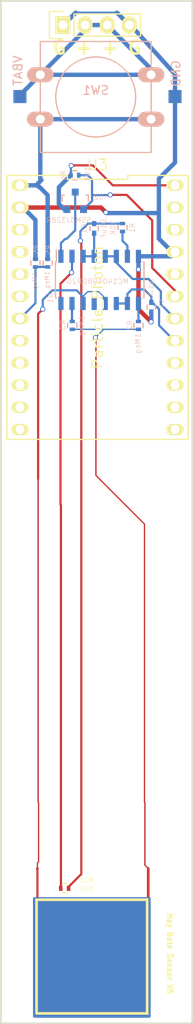
<source format=kicad_pcb>
(kicad_pcb (version 4) (host pcbnew 4.0.1-stable)

  (general
    (links 36)
    (no_connects 0)
    (area 151.880899 25.274599 174.026501 142.467001)
    (thickness 1.6)
    (drawings 25)
    (tracks 200)
    (zones 0)
    (modules 16)
    (nets 36)
  )

  (page A4)
  (layers
    (0 F.Cu signal)
    (31 B.Cu signal)
    (32 B.Adhes user)
    (33 F.Adhes user)
    (34 B.Paste user)
    (35 F.Paste user)
    (36 B.SilkS user)
    (37 F.SilkS user)
    (38 B.Mask user)
    (39 F.Mask user)
    (40 Dwgs.User user)
    (41 Cmts.User user)
    (42 Eco1.User user)
    (43 Eco2.User user)
    (44 Edge.Cuts user)
    (45 Margin user)
    (46 B.CrtYd user)
    (47 F.CrtYd user)
    (48 B.Fab user)
    (49 F.Fab user)
  )

  (setup
    (last_trace_width 0.25)
    (trace_clearance 0.2)
    (zone_clearance 0.508)
    (zone_45_only yes)
    (trace_min 0.1524)
    (segment_width 0.2)
    (edge_width 0.15)
    (via_size 0.6)
    (via_drill 0.4)
    (via_min_size 0.4)
    (via_min_drill 0.3)
    (uvia_size 0.3)
    (uvia_drill 0.1)
    (uvias_allowed no)
    (uvia_min_size 0.2)
    (uvia_min_drill 0.1)
    (pcb_text_width 0.3)
    (pcb_text_size 1.5 1.5)
    (mod_edge_width 0.15)
    (mod_text_size 0.254 0.254)
    (mod_text_width 0.05)
    (pad_size 1.524 1.524)
    (pad_drill 0.762)
    (pad_to_mask_clearance 0.2)
    (aux_axis_origin 0 0)
    (visible_elements 7FFFFFFF)
    (pcbplotparams
      (layerselection 0x010f0_80000001)
      (usegerberextensions true)
      (excludeedgelayer true)
      (linewidth 0.100000)
      (plotframeref false)
      (viasonmask false)
      (mode 1)
      (useauxorigin false)
      (hpglpennumber 1)
      (hpglpenspeed 20)
      (hpglpendiameter 15)
      (hpglpenoverlay 2)
      (psnegative false)
      (psa4output false)
      (plotreference true)
      (plotvalue true)
      (plotinvisibletext false)
      (padsonsilk false)
      (subtractmaskfromsilk false)
      (outputformat 1)
      (mirror false)
      (drillshape 0)
      (scaleselection 1)
      (outputdirectory C:/Users/rch0012/Dropbox/haybale/haybale_v3/v3_gerbers/))
  )

  (net 0 "")
  (net 1 "Net-(C1-Pad1)")
  (net 2 "Net-(C1-Pad2)")
  (net 3 VDD)
  (net 4 GND)
  (net 5 "Net-(R1-Pad1)")
  (net 6 "Net-(TH1-Pad1)")
  (net 7 "Net-(U1-Pad13)")
  (net 8 "Net-(U1-Pad16)")
  (net 9 "Net-(R2-Pad1)")
  (net 10 "Net-(R3-Pad1)")
  (net 11 /Cap2)
  (net 12 /Cap1)
  (net 13 "Net-(U1-Pad1)")
  (net 14 "Net-(P2-Pad1)")
  (net 15 "Net-(U3-Pad23)")
  (net 16 "Net-(U3-Pad22)")
  (net 17 "Net-(U3-Pad3)")
  (net 18 "Net-(U3-Pad4)")
  (net 19 "Net-(U3-Pad20)")
  (net 20 "Net-(U3-Pad5)")
  (net 21 "Net-(U3-Pad6)")
  (net 22 "Net-(U3-Pad8)")
  (net 23 "Net-(U3-Pad16)")
  (net 24 "Net-(U3-Pad9)")
  (net 25 "Net-(U3-Pad10)")
  (net 26 "Net-(U3-Pad11)")
  (net 27 "Net-(U3-Pad12)")
  (net 28 "Net-(R4-Pad1)")
  (net 29 "Net-(U1-Pad5)")
  (net 30 "Net-(U3-Pad15)")
  (net 31 "Net-(U3-Pad14)")
  (net 32 "Net-(U3-Pad13)")
  (net 33 "Net-(C2-Pad2)")
  (net 34 "Net-(R5-Pad1)")
  (net 35 +3V3)

  (net_class Default "This is the default net class."
    (clearance 0.2)
    (trace_width 0.25)
    (via_dia 0.6)
    (via_drill 0.4)
    (uvia_dia 0.3)
    (uvia_drill 0.1)
    (add_net +3V3)
    (add_net "Net-(C1-Pad1)")
    (add_net "Net-(C1-Pad2)")
    (add_net "Net-(C2-Pad2)")
    (add_net "Net-(R1-Pad1)")
    (add_net "Net-(R2-Pad1)")
    (add_net "Net-(R3-Pad1)")
    (add_net "Net-(R4-Pad1)")
    (add_net "Net-(R5-Pad1)")
    (add_net "Net-(TH1-Pad1)")
    (add_net "Net-(U1-Pad1)")
    (add_net "Net-(U1-Pad13)")
    (add_net "Net-(U1-Pad16)")
    (add_net "Net-(U1-Pad5)")
    (add_net "Net-(U3-Pad10)")
    (add_net "Net-(U3-Pad11)")
    (add_net "Net-(U3-Pad12)")
    (add_net "Net-(U3-Pad13)")
    (add_net "Net-(U3-Pad14)")
    (add_net "Net-(U3-Pad15)")
    (add_net "Net-(U3-Pad16)")
    (add_net "Net-(U3-Pad20)")
    (add_net "Net-(U3-Pad22)")
    (add_net "Net-(U3-Pad23)")
    (add_net "Net-(U3-Pad3)")
    (add_net "Net-(U3-Pad4)")
    (add_net "Net-(U3-Pad5)")
    (add_net "Net-(U3-Pad6)")
    (add_net "Net-(U3-Pad8)")
    (add_net "Net-(U3-Pad9)")
  )

  (net_class cap ""
    (clearance 0.2)
    (trace_width 0.1524)
    (via_dia 0.6)
    (via_drill 0.4)
    (uvia_dia 0.3)
    (uvia_drill 0.1)
    (add_net /Cap1)
    (add_net /Cap2)
  )

  (net_class power ""
    (clearance 0.2)
    (trace_width 0.5)
    (via_dia 0.6)
    (via_drill 0.4)
    (uvia_dia 0.3)
    (uvia_drill 0.1)
    (add_net GND)
    (add_net "Net-(P2-Pad1)")
    (add_net VDD)
  )

  (module Buttons_Switches_ThroughHole:SW_PUSH-12mm (layer B.Cu) (tedit 57F2B175) (tstamp 57E19D5E)
    (at 162.8521 36.3728 180)
    (path /57E1BF97)
    (fp_text reference SW1 (at 0 0.762 180) (layer B.SilkS)
      (effects (font (size 1 1) (thickness 0.15)) (justify mirror))
    )
    (fp_text value SPST (at 0 -1.016 180) (layer B.Fab)
      (effects (font (size 1 1) (thickness 0.15)) (justify mirror))
    )
    (fp_circle (center 0 0) (end 3.81 -2.54) (layer B.SilkS) (width 0.15))
    (fp_line (start -6.35 6.35) (end 6.35 6.35) (layer B.SilkS) (width 0.15))
    (fp_line (start 6.35 6.35) (end 6.35 -6.35) (layer B.SilkS) (width 0.15))
    (fp_line (start 6.35 -6.35) (end -6.35 -6.35) (layer B.SilkS) (width 0.15))
    (fp_line (start -6.35 -6.35) (end -6.35 6.35) (layer B.SilkS) (width 0.15))
    (pad 1 thru_hole oval (at 6.35 2.54 180) (size 3.048 1.7272) (drill 1.016) (layers *.Cu *.Mask B.SilkS)
      (net 14 "Net-(P2-Pad1)"))
    (pad 2 thru_hole oval (at 6.35 -2.54 180) (size 3.048 1.7272) (drill 1.016) (layers *.Cu *.Mask B.SilkS)
      (net 3 VDD))
    (pad 1 thru_hole oval (at -6.35 2.54 180) (size 3.048 1.7272) (drill 1.016) (layers *.Cu *.Mask B.SilkS)
      (net 14 "Net-(P2-Pad1)"))
    (pad 2 thru_hole oval (at -6.35 -2.54 180) (size 3.048 1.7272) (drill 1.016) (layers *.Cu *.Mask B.SilkS)
      (net 3 VDD))
    (model Buttons_Switches_ThroughHole.3dshapes/SW_PUSH-12mm.wrl
      (at (xyz 0 0 0))
      (scale (xyz 4 4 4))
      (rotate (xyz 0 0 0))
    )
  )

  (module Capacitors_SMD:C_0402 (layer B.Cu) (tedit 579104C2) (tstamp 578FC9FB)
    (at 162.6743 51.4096 90)
    (descr "Capacitor SMD 0402, reflow soldering, AVX (see smccp.pdf)")
    (tags "capacitor 0402")
    (path /57680C98)
    (attr smd)
    (fp_text reference C1 (at -0.02594 -1.13248 90) (layer B.SilkS)
      (effects (font (size 0.6 0.6) (thickness 0.05)) (justify mirror))
    )
    (fp_text value .01uF (at 0.10106 1.08494 90) (layer B.SilkS)
      (effects (font (size 0.6 0.6) (thickness 0.05)) (justify mirror))
    )
    (fp_line (start -1.15 0.6) (end 1.15 0.6) (layer B.CrtYd) (width 0.05))
    (fp_line (start -1.15 -0.6) (end 1.15 -0.6) (layer B.CrtYd) (width 0.05))
    (fp_line (start -1.15 0.6) (end -1.15 -0.6) (layer B.CrtYd) (width 0.05))
    (fp_line (start 1.15 0.6) (end 1.15 -0.6) (layer B.CrtYd) (width 0.05))
    (fp_line (start 0.25 0.475) (end -0.25 0.475) (layer B.SilkS) (width 0.15))
    (fp_line (start -0.25 -0.475) (end 0.25 -0.475) (layer B.SilkS) (width 0.15))
    (pad 1 smd rect (at -0.55 0 90) (size 0.6 0.5) (layers B.Cu B.Paste B.Mask)
      (net 1 "Net-(C1-Pad1)"))
    (pad 2 smd rect (at 0.55 0 90) (size 0.6 0.5) (layers B.Cu B.Paste B.Mask)
      (net 2 "Net-(C1-Pad2)"))
    (model Capacitors_SMD.3dshapes/C_0402.wrl
      (at (xyz 0 0 0))
      (scale (xyz 1 1 1))
      (rotate (xyz 0 0 0))
    )
  )

  (module Resistors_SMD:R_0402 (layer B.Cu) (tedit 579104C8) (tstamp 578FCA2E)
    (at 165.9255 51.308 90)
    (descr "Resistor SMD 0402, reflow soldering, Vishay (see dcrcw.pdf)")
    (tags "resistor 0402")
    (path /57680AF4)
    (attr smd)
    (fp_text reference R1 (at -0.06022 1.1097 90) (layer B.SilkS)
      (effects (font (size 0.6 0.6) (thickness 0.05)) (justify mirror))
    )
    (fp_text value 10K (at -0.03736 -1.09502 90) (layer B.SilkS)
      (effects (font (size 0.6 0.6) (thickness 0.05)) (justify mirror))
    )
    (fp_line (start -0.95 0.65) (end 0.95 0.65) (layer B.CrtYd) (width 0.05))
    (fp_line (start -0.95 -0.65) (end 0.95 -0.65) (layer B.CrtYd) (width 0.05))
    (fp_line (start -0.95 0.65) (end -0.95 -0.65) (layer B.CrtYd) (width 0.05))
    (fp_line (start 0.95 0.65) (end 0.95 -0.65) (layer B.CrtYd) (width 0.05))
    (fp_line (start 0.25 0.525) (end -0.25 0.525) (layer B.SilkS) (width 0.15))
    (fp_line (start -0.25 -0.525) (end 0.25 -0.525) (layer B.SilkS) (width 0.15))
    (pad 1 smd rect (at -0.45 0 90) (size 0.4 0.6) (layers B.Cu B.Paste B.Mask)
      (net 5 "Net-(R1-Pad1)"))
    (pad 2 smd rect (at 0.45 0 90) (size 0.4 0.6) (layers B.Cu B.Paste B.Mask)
      (net 2 "Net-(C1-Pad2)"))
    (model Resistors_SMD.3dshapes/R_0402.wrl
      (at (xyz 0 0 0))
      (scale (xyz 1 1 1))
      (rotate (xyz 0 0 0))
    )
  )

  (module Resistors_SMD:R_0402 (layer F.Cu) (tedit 57E1A1E4) (tstamp 578FCA3A)
    (at 159.2961 126.9238)
    (descr "Resistor SMD 0402, reflow soldering, Vishay (see dcrcw.pdf)")
    (tags "resistor 0402")
    (path /57680BD3)
    (attr smd)
    (fp_text reference TH1 (at 2.58 0.09) (layer F.SilkS)
      (effects (font (size 0.6 0.6) (thickness 0.05)))
    )
    (fp_text value 10K (at 2.5654 -0.9398) (layer F.SilkS)
      (effects (font (size 0.6 0.6) (thickness 0.05)))
    )
    (fp_line (start -0.95 -0.65) (end 0.95 -0.65) (layer F.CrtYd) (width 0.05))
    (fp_line (start -0.95 0.65) (end 0.95 0.65) (layer F.CrtYd) (width 0.05))
    (fp_line (start -0.95 -0.65) (end -0.95 0.65) (layer F.CrtYd) (width 0.05))
    (fp_line (start 0.95 -0.65) (end 0.95 0.65) (layer F.CrtYd) (width 0.05))
    (fp_line (start 0.25 -0.525) (end -0.25 -0.525) (layer F.SilkS) (width 0.15))
    (fp_line (start -0.25 0.525) (end 0.25 0.525) (layer F.SilkS) (width 0.15))
    (pad 1 smd rect (at -0.45 0) (size 0.4 0.6) (layers F.Cu F.Paste F.Mask)
      (net 6 "Net-(TH1-Pad1)"))
    (pad 2 smd rect (at 0.45 0) (size 0.4 0.6) (layers F.Cu F.Paste F.Mask)
      (net 2 "Net-(C1-Pad2)"))
    (model Resistors_SMD.3dshapes/R_0402.wrl
      (at (xyz 0 0 0))
      (scale (xyz 1 1 1))
      (rotate (xyz 0 0 0))
    )
  )

  (module Housings_SOIC:SOIC-16_3.9x9.9mm_Pitch1.27mm (layer B.Cu) (tedit 5792410E) (tstamp 578FCA59)
    (at 163.3093 57.3024 270)
    (descr "16-Lead Plastic Small Outline (SL) - Narrow, 3.90 mm Body [SOIC] (see Microchip Packaging Specification 00000049BS.pdf)")
    (tags "SOIC 1.27")
    (path /576815FB)
    (attr smd)
    (fp_text reference U1 (at 2.0778 5.659 270) (layer B.SilkS)
      (effects (font (size 0.6 0.6) (thickness 0.05)) (justify mirror))
    )
    (fp_text value MC14049BDR2G (at 0.17 0.22 360) (layer B.SilkS)
      (effects (font (size 0.6 0.6) (thickness 0.05)) (justify mirror))
    )
    (fp_line (start -3.7 5.25) (end -3.7 -5.25) (layer B.CrtYd) (width 0.05))
    (fp_line (start 3.7 5.25) (end 3.7 -5.25) (layer B.CrtYd) (width 0.05))
    (fp_line (start -3.7 5.25) (end 3.7 5.25) (layer B.CrtYd) (width 0.05))
    (fp_line (start -3.7 -5.25) (end 3.7 -5.25) (layer B.CrtYd) (width 0.05))
    (fp_line (start -2.075 5.075) (end -2.075 4.97) (layer B.SilkS) (width 0.15))
    (fp_line (start 2.075 5.075) (end 2.075 4.97) (layer B.SilkS) (width 0.15))
    (fp_line (start 2.075 -5.075) (end 2.075 -4.97) (layer B.SilkS) (width 0.15))
    (fp_line (start -2.075 -5.075) (end -2.075 -4.97) (layer B.SilkS) (width 0.15))
    (fp_line (start -2.075 5.075) (end 2.075 5.075) (layer B.SilkS) (width 0.15))
    (fp_line (start -2.075 -5.075) (end 2.075 -5.075) (layer B.SilkS) (width 0.15))
    (fp_line (start -2.075 4.97) (end -3.45 4.97) (layer B.SilkS) (width 0.15))
    (pad 1 smd rect (at -2.7 4.445 270) (size 1.5 0.6) (layers B.Cu B.Paste B.Mask)
      (net 13 "Net-(U1-Pad1)"))
    (pad 2 smd rect (at -2.7 3.175 270) (size 1.5 0.6) (layers B.Cu B.Paste B.Mask)
      (net 6 "Net-(TH1-Pad1)"))
    (pad 3 smd rect (at -2.7 1.905 270) (size 1.5 0.6) (layers B.Cu B.Paste B.Mask)
      (net 1 "Net-(C1-Pad1)"))
    (pad 4 smd rect (at -2.7 0.635 270) (size 1.5 0.6) (layers B.Cu B.Paste B.Mask)
      (net 1 "Net-(C1-Pad1)"))
    (pad 5 smd rect (at -2.7 -0.635 270) (size 1.5 0.6) (layers B.Cu B.Paste B.Mask)
      (net 29 "Net-(U1-Pad5)"))
    (pad 6 smd rect (at -2.7 -1.905 270) (size 1.5 0.6) (layers B.Cu B.Paste B.Mask)
      (net 29 "Net-(U1-Pad5)"))
    (pad 7 smd rect (at -2.7 -3.175 270) (size 1.5 0.6) (layers B.Cu B.Paste B.Mask)
      (net 5 "Net-(R1-Pad1)"))
    (pad 8 smd rect (at -2.7 -4.445 270) (size 1.5 0.6) (layers B.Cu B.Paste B.Mask)
      (net 4 GND))
    (pad 9 smd rect (at 2.7 -4.445 270) (size 1.5 0.6) (layers B.Cu B.Paste B.Mask)
      (net 9 "Net-(R2-Pad1)"))
    (pad 10 smd rect (at 2.7 -3.175 270) (size 1.5 0.6) (layers B.Cu B.Paste B.Mask)
      (net 33 "Net-(C2-Pad2)"))
    (pad 11 smd rect (at 2.7 -1.905 270) (size 1.5 0.6) (layers B.Cu B.Paste B.Mask)
      (net 33 "Net-(C2-Pad2)"))
    (pad 12 smd rect (at 2.7 -0.635 270) (size 1.5 0.6) (layers B.Cu B.Paste B.Mask)
      (net 12 /Cap1))
    (pad 13 smd rect (at 2.7 0.635 270) (size 1.5 0.6) (layers B.Cu B.Paste B.Mask)
      (net 7 "Net-(U1-Pad13)"))
    (pad 14 smd rect (at 2.7 1.905 270) (size 1.5 0.6) (layers B.Cu B.Paste B.Mask)
      (net 12 /Cap1))
    (pad 15 smd rect (at 2.7 3.175 270) (size 1.5 0.6) (layers B.Cu B.Paste B.Mask)
      (net 10 "Net-(R3-Pad1)"))
    (pad 16 smd rect (at 2.7 4.445 270) (size 1.5 0.6) (layers B.Cu B.Paste B.Mask)
      (net 8 "Net-(U1-Pad16)"))
    (model Housings_SOIC.3dshapes/SOIC-16_3.9x9.9mm_Pitch1.27mm.wrl
      (at (xyz 0 0 0))
      (scale (xyz 1 1 1))
      (rotate (xyz 0 0 0))
    )
  )

  (module Resistors_SMD:R_0402 (layer B.Cu) (tedit 57F2AF4C) (tstamp 578FE397)
    (at 167.7543 62.5094 270)
    (descr "Resistor SMD 0402, reflow soldering, Vishay (see dcrcw.pdf)")
    (tags "resistor 0402")
    (path /578FDCAE)
    (attr smd)
    (fp_text reference R2 (at 0.01024 1.0077 270) (layer B.SilkS)
      (effects (font (size 0.6 0.6) (thickness 0.05)) (justify mirror))
    )
    (fp_text value 1Meg (at 2.0828 0.0762 270) (layer B.SilkS)
      (effects (font (size 0.6 0.6) (thickness 0.05)) (justify mirror))
    )
    (fp_line (start -0.95 0.65) (end 0.95 0.65) (layer B.CrtYd) (width 0.05))
    (fp_line (start -0.95 -0.65) (end 0.95 -0.65) (layer B.CrtYd) (width 0.05))
    (fp_line (start -0.95 0.65) (end -0.95 -0.65) (layer B.CrtYd) (width 0.05))
    (fp_line (start 0.95 0.65) (end 0.95 -0.65) (layer B.CrtYd) (width 0.05))
    (fp_line (start 0.25 0.525) (end -0.25 0.525) (layer B.SilkS) (width 0.15))
    (fp_line (start -0.25 -0.525) (end 0.25 -0.525) (layer B.SilkS) (width 0.15))
    (pad 1 smd rect (at -0.45 0 270) (size 0.4 0.6) (layers B.Cu B.Paste B.Mask)
      (net 9 "Net-(R2-Pad1)"))
    (pad 2 smd rect (at 0.45 0 270) (size 0.4 0.6) (layers B.Cu B.Paste B.Mask)
      (net 11 /Cap2))
    (model Resistors_SMD.3dshapes/R_0402.wrl
      (at (xyz 0 0 0))
      (scale (xyz 1 1 1))
      (rotate (xyz 0 0 0))
    )
  )

  (module Resistors_SMD:R_0402 (layer B.Cu) (tedit 579104DE) (tstamp 578FE3A3)
    (at 160.1597 62.5094 270)
    (descr "Resistor SMD 0402, reflow soldering, Vishay (see dcrcw.pdf)")
    (tags "resistor 0402")
    (path /578FDE91)
    (attr smd)
    (fp_text reference R3 (at -0.04564 1.08152 270) (layer B.SilkS)
      (effects (font (size 0.6 0.6) (thickness 0.05)) (justify mirror))
    )
    (fp_text value 1Meg (at 0.05596 -1.10034 270) (layer B.SilkS)
      (effects (font (size 0.6 0.6) (thickness 0.05)) (justify mirror))
    )
    (fp_line (start -0.95 0.65) (end 0.95 0.65) (layer B.CrtYd) (width 0.05))
    (fp_line (start -0.95 -0.65) (end 0.95 -0.65) (layer B.CrtYd) (width 0.05))
    (fp_line (start -0.95 0.65) (end -0.95 -0.65) (layer B.CrtYd) (width 0.05))
    (fp_line (start 0.95 0.65) (end 0.95 -0.65) (layer B.CrtYd) (width 0.05))
    (fp_line (start 0.25 0.525) (end -0.25 0.525) (layer B.SilkS) (width 0.15))
    (fp_line (start -0.25 -0.525) (end 0.25 -0.525) (layer B.SilkS) (width 0.15))
    (pad 1 smd rect (at -0.45 0 270) (size 0.4 0.6) (layers B.Cu B.Paste B.Mask)
      (net 10 "Net-(R3-Pad1)"))
    (pad 2 smd rect (at 0.45 0 270) (size 0.4 0.6) (layers B.Cu B.Paste B.Mask)
      (net 11 /Cap2))
    (model Resistors_SMD.3dshapes/R_0402.wrl
      (at (xyz 0 0 0))
      (scale (xyz 1 1 1))
      (rotate (xyz 0 0 0))
    )
  )

  (module Resistors_SMD:R_0402 (layer B.Cu) (tedit 579103E8) (tstamp 5791006C)
    (at 160.4518 45.3263 180)
    (descr "Resistor SMD 0402, reflow soldering, Vishay (see dcrcw.pdf)")
    (tags "resistor 0402")
    (path /579103C3)
    (attr smd)
    (fp_text reference R4 (at 1.30048 -0.02032 270) (layer B.SilkS)
      (effects (font (size 0.6 0.6) (thickness 0.05)) (justify mirror))
    )
    (fp_text value 10K (at -1.46304 0.1016 270) (layer B.SilkS)
      (effects (font (size 0.6 0.6) (thickness 0.05)) (justify mirror))
    )
    (fp_line (start -0.95 0.65) (end 0.95 0.65) (layer B.CrtYd) (width 0.05))
    (fp_line (start -0.95 -0.65) (end 0.95 -0.65) (layer B.CrtYd) (width 0.05))
    (fp_line (start -0.95 0.65) (end -0.95 -0.65) (layer B.CrtYd) (width 0.05))
    (fp_line (start 0.95 0.65) (end 0.95 -0.65) (layer B.CrtYd) (width 0.05))
    (fp_line (start 0.25 0.525) (end -0.25 0.525) (layer B.SilkS) (width 0.15))
    (fp_line (start -0.25 -0.525) (end 0.25 -0.525) (layer B.SilkS) (width 0.15))
    (pad 1 smd rect (at -0.45 0 180) (size 0.4 0.6) (layers B.Cu B.Paste B.Mask)
      (net 28 "Net-(R4-Pad1)"))
    (pad 2 smd rect (at 0.45 0 180) (size 0.4 0.6) (layers B.Cu B.Paste B.Mask)
      (net 35 +3V3))
    (model Resistors_SMD.3dshapes/R_0402.wrl
      (at (xyz 0 0 0))
      (scale (xyz 1 1 1))
      (rotate (xyz 0 0 0))
    )
  )

  (module TO_SOT_Packages_SMD:SOT-23 (layer B.Cu) (tedit 57F2C003) (tstamp 57910073)
    (at 160.5026 48.2473 180)
    (descr "SOT-23, Standard")
    (tags SOT-23)
    (path /579101BF)
    (attr smd)
    (fp_text reference U2 (at -2.6924 0.4318 180) (layer B.SilkS)
      (effects (font (size 0.6 0.6) (thickness 0.05)) (justify mirror))
    )
    (fp_text value SSM3J328R (at 0.7366 -2.2098 360) (layer B.SilkS)
      (effects (font (size 0.6 0.6) (thickness 0.05)) (justify mirror))
    )
    (fp_line (start -1.65 1.6) (end 1.65 1.6) (layer B.CrtYd) (width 0.05))
    (fp_line (start 1.65 1.6) (end 1.65 -1.6) (layer B.CrtYd) (width 0.05))
    (fp_line (start 1.65 -1.6) (end -1.65 -1.6) (layer B.CrtYd) (width 0.05))
    (fp_line (start -1.65 -1.6) (end -1.65 1.6) (layer B.CrtYd) (width 0.05))
    (fp_line (start 1.29916 0.65024) (end 1.2509 0.65024) (layer B.SilkS) (width 0.15))
    (fp_line (start -1.49982 -0.0508) (end -1.49982 0.65024) (layer B.SilkS) (width 0.15))
    (fp_line (start -1.49982 0.65024) (end -1.2509 0.65024) (layer B.SilkS) (width 0.15))
    (fp_line (start 1.29916 0.65024) (end 1.49982 0.65024) (layer B.SilkS) (width 0.15))
    (fp_line (start 1.49982 0.65024) (end 1.49982 -0.0508) (layer B.SilkS) (width 0.15))
    (pad 1 smd rect (at -0.95 -1.00076 180) (size 0.8001 0.8001) (layers B.Cu B.Paste B.Mask)
      (net 28 "Net-(R4-Pad1)"))
    (pad 2 smd rect (at 0.95 -1.00076 180) (size 0.8001 0.8001) (layers B.Cu B.Paste B.Mask)
      (net 35 +3V3))
    (pad 3 smd rect (at 0 0.99822 180) (size 0.8001 0.8001) (layers B.Cu B.Paste B.Mask)
      (net 13 "Net-(U1-Pad1)"))
    (model TO_SOT_Packages_SMD.3dshapes/SOT-23.wrl
      (at (xyz 0 0 0))
      (scale (xyz 1 1 1))
      (rotate (xyz 0 0 0))
    )
  )

  (module Pin_Headers:Pin_Header_Straight_1x04 (layer F.Cu) (tedit 57F2B2CE) (tstamp 57E2B42A)
    (at 159.0929 28.1432 90)
    (descr "Through hole pin header")
    (tags "pin header")
    (path /57E2BA98)
    (fp_text reference P5 (at 0.0762 0.127 90) (layer F.Fab)
      (effects (font (size 1 1) (thickness 0.15)))
    )
    (fp_text value CONN_01X04 (at 0.9398 -4.3688 180) (layer F.Fab)
      (effects (font (size 0.508 0.508) (thickness 0.127)))
    )
    (fp_line (start -1.75 -1.75) (end -1.75 9.4) (layer F.CrtYd) (width 0.05))
    (fp_line (start 1.75 -1.75) (end 1.75 9.4) (layer F.CrtYd) (width 0.05))
    (fp_line (start -1.75 -1.75) (end 1.75 -1.75) (layer F.CrtYd) (width 0.05))
    (fp_line (start -1.75 9.4) (end 1.75 9.4) (layer F.CrtYd) (width 0.05))
    (fp_line (start -1.27 1.27) (end -1.27 8.89) (layer F.SilkS) (width 0.15))
    (fp_line (start 1.27 1.27) (end 1.27 8.89) (layer F.SilkS) (width 0.15))
    (fp_line (start 1.55 -1.55) (end 1.55 0) (layer F.SilkS) (width 0.15))
    (fp_line (start -1.27 8.89) (end 1.27 8.89) (layer F.SilkS) (width 0.15))
    (fp_line (start 1.27 1.27) (end -1.27 1.27) (layer F.SilkS) (width 0.15))
    (fp_line (start -1.55 0) (end -1.55 -1.55) (layer F.SilkS) (width 0.15))
    (fp_line (start -1.55 -1.55) (end 1.55 -1.55) (layer F.SilkS) (width 0.15))
    (pad 1 thru_hole rect (at 0 0 90) (size 2.032 1.7272) (drill 1.016) (layers *.Cu *.Mask F.SilkS)
      (net 4 GND))
    (pad 2 thru_hole oval (at 0 2.54 90) (size 2.032 1.7272) (drill 1.016) (layers *.Cu *.Mask F.SilkS)
      (net 14 "Net-(P2-Pad1)"))
    (pad 3 thru_hole oval (at 0 5.08 90) (size 2.032 1.7272) (drill 1.016) (layers *.Cu *.Mask F.SilkS)
      (net 14 "Net-(P2-Pad1)"))
    (pad 4 thru_hole oval (at 0 7.62 90) (size 2.032 1.7272) (drill 1.016) (layers *.Cu *.Mask F.SilkS)
      (net 4 GND))
    (model Pin_Headers.3dshapes/Pin_Header_Straight_1x04.wrl
      (at (xyz 0 -0.15 0))
      (scale (xyz 1 1 1))
      (rotate (xyz 0 0 90))
    )
  )

  (module Capacitors_SMD:C_0402 (layer B.Cu) (tedit 57F2C023) (tstamp 57F2AC3B)
    (at 169.2275 60.4266 90)
    (descr "Capacitor SMD 0402, reflow soldering, AVX (see smccp.pdf)")
    (tags "capacitor 0402")
    (path /57F2D133)
    (attr smd)
    (fp_text reference C2 (at 0.381 1.143 90) (layer B.SilkS)
      (effects (font (size 0.508 0.508) (thickness 0.0508)) (justify mirror))
    )
    (fp_text value .01uF (at 2.2098 -0.0254 90) (layer B.SilkS)
      (effects (font (size 0.508 0.508) (thickness 0.0508)) (justify mirror))
    )
    (fp_line (start -0.5 -0.25) (end -0.5 0.25) (layer B.Fab) (width 0.15))
    (fp_line (start 0.5 -0.25) (end -0.5 -0.25) (layer B.Fab) (width 0.15))
    (fp_line (start 0.5 0.25) (end 0.5 -0.25) (layer B.Fab) (width 0.15))
    (fp_line (start -0.5 0.25) (end 0.5 0.25) (layer B.Fab) (width 0.15))
    (fp_line (start -1.15 0.6) (end 1.15 0.6) (layer B.CrtYd) (width 0.05))
    (fp_line (start -1.15 -0.6) (end 1.15 -0.6) (layer B.CrtYd) (width 0.05))
    (fp_line (start -1.15 0.6) (end -1.15 -0.6) (layer B.CrtYd) (width 0.05))
    (fp_line (start 1.15 0.6) (end 1.15 -0.6) (layer B.CrtYd) (width 0.05))
    (fp_line (start 0.25 0.475) (end -0.25 0.475) (layer B.SilkS) (width 0.15))
    (fp_line (start -0.25 -0.475) (end 0.25 -0.475) (layer B.SilkS) (width 0.15))
    (pad 1 smd rect (at -0.55 0 90) (size 0.6 0.5) (layers B.Cu B.Paste B.Mask)
      (net 4 GND))
    (pad 2 smd rect (at 0.55 0 90) (size 0.6 0.5) (layers B.Cu B.Paste B.Mask)
      (net 33 "Net-(C2-Pad2)"))
    (model Capacitors_SMD.3dshapes/C_0402.wrl
      (at (xyz 0 0 0))
      (scale (xyz 1 1 1))
      (rotate (xyz 0 0 0))
    )
  )

  (module Resistors_SMD:R_0402 (layer B.Cu) (tedit 57F2C070) (tstamp 57F2AC41)
    (at 157.3403 55.372 90)
    (descr "Resistor SMD 0402, reflow soldering, Vishay (see dcrcw.pdf)")
    (tags "resistor 0402")
    (path /57F2BCEC)
    (attr smd)
    (fp_text reference R5 (at 1.5494 0.0762 90) (layer B.SilkS)
      (effects (font (size 0.508 0.508) (thickness 0.0508)) (justify mirror))
    )
    (fp_text value 1Meg (at -1.9304 -0.0762 90) (layer B.SilkS)
      (effects (font (size 0.508 0.508) (thickness 0.0508)) (justify mirror))
    )
    (fp_line (start -0.95 0.65) (end 0.95 0.65) (layer B.CrtYd) (width 0.05))
    (fp_line (start -0.95 -0.65) (end 0.95 -0.65) (layer B.CrtYd) (width 0.05))
    (fp_line (start -0.95 0.65) (end -0.95 -0.65) (layer B.CrtYd) (width 0.05))
    (fp_line (start 0.95 0.65) (end 0.95 -0.65) (layer B.CrtYd) (width 0.05))
    (fp_line (start 0.25 0.525) (end -0.25 0.525) (layer B.SilkS) (width 0.15))
    (fp_line (start -0.25 -0.525) (end 0.25 -0.525) (layer B.SilkS) (width 0.15))
    (pad 1 smd rect (at -0.45 0 90) (size 0.4 0.6) (layers B.Cu B.Paste B.Mask)
      (net 34 "Net-(R5-Pad1)"))
    (pad 2 smd rect (at 0.45 0 90) (size 0.4 0.6) (layers B.Cu B.Paste B.Mask)
      (net 3 VDD))
    (model Resistors_SMD.3dshapes/R_0402.wrl
      (at (xyz 0 0 0))
      (scale (xyz 1 1 1))
      (rotate (xyz 0 0 0))
    )
  )

  (module Resistors_SMD:R_0402 (layer B.Cu) (tedit 57F2C075) (tstamp 57F2AC47)
    (at 155.9433 55.372 90)
    (descr "Resistor SMD 0402, reflow soldering, Vishay (see dcrcw.pdf)")
    (tags "resistor 0402")
    (path /57F2C1FB)
    (attr smd)
    (fp_text reference R6 (at 1.5748 0.0508 90) (layer B.SilkS)
      (effects (font (size 0.508 0.508) (thickness 0.0508)) (justify mirror))
    )
    (fp_text value 1Meg (at -2.032 -0.0762 90) (layer B.SilkS)
      (effects (font (size 0.508 0.508) (thickness 0.0508)) (justify mirror))
    )
    (fp_line (start -0.95 0.65) (end 0.95 0.65) (layer B.CrtYd) (width 0.05))
    (fp_line (start -0.95 -0.65) (end 0.95 -0.65) (layer B.CrtYd) (width 0.05))
    (fp_line (start -0.95 0.65) (end -0.95 -0.65) (layer B.CrtYd) (width 0.05))
    (fp_line (start 0.95 0.65) (end 0.95 -0.65) (layer B.CrtYd) (width 0.05))
    (fp_line (start 0.25 0.525) (end -0.25 0.525) (layer B.SilkS) (width 0.15))
    (fp_line (start -0.25 -0.525) (end 0.25 -0.525) (layer B.SilkS) (width 0.15))
    (pad 1 smd rect (at -0.45 0 90) (size 0.4 0.6) (layers B.Cu B.Paste B.Mask)
      (net 34 "Net-(R5-Pad1)"))
    (pad 2 smd rect (at 0.45 0 90) (size 0.4 0.6) (layers B.Cu B.Paste B.Mask)
      (net 4 GND))
    (model Resistors_SMD.3dshapes/R_0402.wrl
      (at (xyz 0 0 0))
      (scale (xyz 1 1 1))
      (rotate (xyz 0 0 0))
    )
  )

  (module "kicad footprints:Particle-Photon" (layer F.Cu) (tedit 57F2A788) (tstamp 57F2AEE2)
    (at 163.0553 60.452 270)
    (path /57E19034)
    (fp_text reference U3 (at -16.305 0 360) (layer F.SilkS)
      (effects (font (size 1.2 1.2) (thickness 0.15)))
    )
    (fp_text value Particle_Photon (at 0 0 270) (layer F.SilkS)
      (effects (font (size 1.2 1.2) (thickness 0.15)))
    )
    (fp_line (start -15.105 10.39) (end 15.105 10.39) (layer F.SilkS) (width 0.15))
    (fp_line (start 15.105 10.39) (end 15.105 -10.39) (layer F.SilkS) (width 0.15))
    (fp_line (start 15.105 -10.39) (end -15.105 -10.39) (layer F.SilkS) (width 0.15))
    (fp_line (start -15.105 -10.39) (end -15.105 -3.463333) (layer F.SilkS) (width 0.15))
    (fp_line (start -15.105 -3.463333) (end -14.655 -3.463333) (layer F.SilkS) (width 0.15))
    (fp_line (start -14.655 -3.463333) (end -14.655 3.463333) (layer F.SilkS) (width 0.15))
    (fp_line (start -14.655 3.463333) (end -15.105 3.463333) (layer F.SilkS) (width 0.15))
    (fp_line (start -15.105 3.463333) (end -15.105 10.39) (layer F.SilkS) (width 0.15))
    (pad 24 thru_hole oval (at -13.97 -8.89 270) (size 1.27 2) (drill 1.016) (layers *.Cu *.Mask F.SilkS)
      (net 35 +3V3))
    (pad 1 thru_hole oval (at -13.97 8.89 270) (size 1.27 2) (drill 1.016) (layers *.Cu *.Mask F.SilkS)
      (net 3 VDD))
    (pad 23 thru_hole oval (at -11.43 -8.89 270) (size 1.27 2) (drill 1.016) (layers *.Cu *.Mask F.SilkS)
      (net 15 "Net-(U3-Pad23)"))
    (pad 2 thru_hole oval (at -11.43 8.89 270) (size 1.27 2) (drill 1.016) (layers *.Cu *.Mask F.SilkS)
      (net 4 GND))
    (pad 22 thru_hole oval (at -8.89 -8.89 270) (size 1.27 2) (drill 1.016) (layers *.Cu *.Mask F.SilkS)
      (net 16 "Net-(U3-Pad22)"))
    (pad 3 thru_hole oval (at -8.89 8.89 270) (size 1.27 2) (drill 1.016) (layers *.Cu *.Mask F.SilkS)
      (net 17 "Net-(U3-Pad3)"))
    (pad 21 thru_hole oval (at -6.35 -8.89 270) (size 1.27 2) (drill 1.016) (layers *.Cu *.Mask F.SilkS)
      (net 4 GND))
    (pad 4 thru_hole oval (at -6.35 8.89 270) (size 1.27 2) (drill 1.016) (layers *.Cu *.Mask F.SilkS)
      (net 18 "Net-(U3-Pad4)"))
    (pad 20 thru_hole oval (at -3.81 -8.89 270) (size 1.27 2) (drill 1.016) (layers *.Cu *.Mask F.SilkS)
      (net 19 "Net-(U3-Pad20)"))
    (pad 5 thru_hole oval (at -3.81 8.89 270) (size 1.27 2) (drill 1.016) (layers *.Cu *.Mask F.SilkS)
      (net 20 "Net-(U3-Pad5)"))
    (pad 19 thru_hole oval (at -1.27 -8.89 270) (size 1.27 2) (drill 1.016) (layers *.Cu *.Mask F.SilkS)
      (net 28 "Net-(R4-Pad1)"))
    (pad 6 thru_hole oval (at -1.27 8.89 270) (size 1.27 2) (drill 1.016) (layers *.Cu *.Mask F.SilkS)
      (net 21 "Net-(U3-Pad6)"))
    (pad 18 thru_hole oval (at 1.27 -8.89 270) (size 1.27 2) (drill 1.016) (layers *.Cu *.Mask F.SilkS)
      (net 29 "Net-(U1-Pad5)"))
    (pad 7 thru_hole oval (at 1.27 8.89 270) (size 1.27 2) (drill 1.016) (layers *.Cu *.Mask F.SilkS)
      (net 34 "Net-(R5-Pad1)"))
    (pad 17 thru_hole oval (at 3.81 -8.89 270) (size 1.27 2) (drill 1.016) (layers *.Cu *.Mask F.SilkS)
      (net 33 "Net-(C2-Pad2)"))
    (pad 8 thru_hole oval (at 3.81 8.89 270) (size 1.27 2) (drill 1.016) (layers *.Cu *.Mask F.SilkS)
      (net 22 "Net-(U3-Pad8)"))
    (pad 16 thru_hole oval (at 6.35 -8.89 270) (size 1.27 2) (drill 1.016) (layers *.Cu *.Mask F.SilkS)
      (net 23 "Net-(U3-Pad16)"))
    (pad 9 thru_hole oval (at 6.35 8.89 270) (size 1.27 2) (drill 1.016) (layers *.Cu *.Mask F.SilkS)
      (net 24 "Net-(U3-Pad9)"))
    (pad 15 thru_hole oval (at 8.89 -8.89 270) (size 1.27 2) (drill 1.016) (layers *.Cu *.Mask F.SilkS)
      (net 30 "Net-(U3-Pad15)"))
    (pad 10 thru_hole oval (at 8.89 8.89 270) (size 1.27 2) (drill 1.016) (layers *.Cu *.Mask F.SilkS)
      (net 25 "Net-(U3-Pad10)"))
    (pad 14 thru_hole oval (at 11.43 -8.89 270) (size 1.27 2) (drill 1.016) (layers *.Cu *.Mask F.SilkS)
      (net 31 "Net-(U3-Pad14)"))
    (pad 11 thru_hole oval (at 11.43 8.89 270) (size 1.27 2) (drill 1.016) (layers *.Cu *.Mask F.SilkS)
      (net 26 "Net-(U3-Pad11)"))
    (pad 13 thru_hole oval (at 13.97 -8.89 270) (size 1.27 2) (drill 1.016) (layers *.Cu *.Mask F.SilkS)
      (net 32 "Net-(U3-Pad13)"))
    (pad 12 thru_hole oval (at 13.97 8.89 270) (size 1.27 2) (drill 1.016) (layers *.Cu *.Mask F.SilkS)
      (net 27 "Net-(U3-Pad12)"))
  )

  (module Measurement_Points:Measurement_Point_Square-SMD-Pad_Small (layer B.Cu) (tedit 57F2BFE8) (tstamp 57F2AFBD)
    (at 154.1653 36.322)
    (descr "Mesurement Point, Square, SMD Pad,  1.5mm x 1.5mm,")
    (tags "Mesurement Point Square SMD Pad 1.5x1.5mm")
    (path /57682706)
    (attr virtual)
    (fp_text reference P2 (at -0.4064 1.7018) (layer B.Fab)
      (effects (font (size 1 1) (thickness 0.15)) (justify mirror))
    )
    (fp_text value VBAT (at -0.2286 -2.9718 90) (layer B.SilkS)
      (effects (font (size 1 1) (thickness 0.15)) (justify mirror))
    )
    (fp_line (start -1 1) (end 1 1) (layer B.CrtYd) (width 0.05))
    (fp_line (start 1 1) (end 1 -1) (layer B.CrtYd) (width 0.05))
    (fp_line (start 1 -1) (end -1 -1) (layer B.CrtYd) (width 0.05))
    (fp_line (start -1 -1) (end -1 1) (layer B.CrtYd) (width 0.05))
    (pad 1 smd rect (at 0 0) (size 1.5 1.5) (layers B.Cu B.Mask)
      (net 14 "Net-(P2-Pad1)"))
  )

  (module Measurement_Points:Measurement_Point_Square-SMD-Pad_Small (layer B.Cu) (tedit 57F2BFEE) (tstamp 57F2AFC1)
    (at 171.9453 36.322)
    (descr "Mesurement Point, Square, SMD Pad,  1.5mm x 1.5mm,")
    (tags "Mesurement Point Square SMD Pad 1.5x1.5mm")
    (path /5768281A)
    (attr virtual)
    (fp_text reference P3 (at 0.4318 1.778) (layer B.Fab)
      (effects (font (size 1 1) (thickness 0.15)) (justify mirror))
    )
    (fp_text value GND (at 0.1016 -2.6416 90) (layer B.SilkS)
      (effects (font (size 1 1) (thickness 0.15)) (justify mirror))
    )
    (fp_line (start -1 1) (end 1 1) (layer B.CrtYd) (width 0.05))
    (fp_line (start 1 1) (end 1 -1) (layer B.CrtYd) (width 0.05))
    (fp_line (start 1 -1) (end -1 -1) (layer B.CrtYd) (width 0.05))
    (fp_line (start -1 -1) (end -1 1) (layer B.CrtYd) (width 0.05))
    (pad 1 smd rect (at 0 0) (size 1.5 1.5) (layers B.Cu B.Mask)
      (net 4 GND))
  )

  (gr_line (start 168.7475 128.2324) (end 156.0475 128.2324) (layer F.SilkS) (width 0.3048))
  (gr_line (start 156.0729 128.2578) (end 156.0729 140.9578) (layer F.SilkS) (width 0.3048))
  (gr_line (start 168.7475 128.1816) (end 168.7475 140.8816) (layer F.SilkS) (width 0.3048))
  (gr_line (start 168.7729 141.2372) (end 156.0729 141.2372) (layer F.SilkS) (width 0.3048))
  (gr_line (start 168.7957 141.3002) (end 168.7957 140.7922) (angle 90) (layer F.SilkS) (width 0.2))
  (gr_line (start 168.6941 140.843) (end 168.6941 141.3002) (angle 90) (layer F.SilkS) (width 0.2))
  (gr_line (start 168.7703 141.3002) (end 168.7957 141.3002) (angle 90) (layer F.SilkS) (width 0.2))
  (gr_line (start 168.6941 141.3002) (end 168.8211 141.3002) (angle 90) (layer F.SilkS) (width 0.2))
  (gr_line (start 168.8211 141.3002) (end 168.7703 141.3002) (angle 90) (layer F.SilkS) (width 0.2))
  (gr_line (start 156.1211 141.2494) (end 156.1211 140.8938) (angle 90) (layer F.SilkS) (width 0.2))
  (gr_line (start 156.0957 140.4874) (end 156.0957 141.2494) (angle 90) (layer F.SilkS) (width 0.2))
  (gr_line (start 156.0195 140.8938) (end 156.0195 141.2494) (angle 90) (layer F.SilkS) (width 0.2))
  (gr_line (start 156.1719 141.2494) (end 156.1211 141.2494) (angle 90) (layer F.SilkS) (width 0.2))
  (gr_line (start 156.0195 141.2494) (end 156.1719 141.2494) (angle 90) (layer F.SilkS) (width 0.2))
  (gr_line (start 151.9809 142.367) (end 151.9809 25.3746) (angle 90) (layer Edge.Cuts) (width 0.15))
  (gr_line (start 173.9265 142.367) (end 151.9809 142.367) (angle 90) (layer Edge.Cuts) (width 0.15))
  (gr_line (start 173.9265 25.3746) (end 173.9265 142.367) (angle 90) (layer Edge.Cuts) (width 0.15))
  (gr_line (start 151.9809 25.3746) (end 173.9265 25.3746) (angle 90) (layer Edge.Cuts) (width 0.15))
  (gr_line (start 151.9809 25.3746) (end 152.0571 25.3746) (angle 90) (layer F.SilkS) (width 0.2))
  (gr_line (start 151.9809 142.367) (end 151.9809 25.3746) (angle 90) (layer F.SilkS) (width 0.2))
  (gr_line (start 173.9265 142.367) (end 151.9809 142.367) (angle 90) (layer F.SilkS) (width 0.2))
  (gr_line (start 173.9265 25.3746) (end 173.9265 142.367) (angle 90) (layer F.SilkS) (width 0.2))
  (gr_line (start 151.9809 25.3746) (end 173.9265 25.3746) (angle 90) (layer F.SilkS) (width 0.2))
  (gr_text "G + + G" (at 163.0045 30.734) (layer F.SilkS)
    (effects (font (size 1.5 1.5) (thickness 0.3)))
  )
  (gr_text "Hay Bale Sensor V5" (at 171.3611 134.3914 270) (layer F.SilkS)
    (effects (font (size 0.6096 0.6096) (thickness 0.1524)))
  )

  (segment (start 168.6179 140.4493) (end 156.7307 140.4493) (width 0.1524) (layer F.Cu) (net 0))
  (segment (start 156.4259 139.9921) (end 168.3131 139.9921) (width 0.1524) (layer F.Cu) (net 0))
  (segment (start 168.6179 139.5349) (end 156.7307 139.5349) (width 0.1524) (layer F.Cu) (net 0))
  (segment (start 156.4259 139.0777) (end 168.3131 139.0777) (width 0.1524) (layer F.Cu) (net 0))
  (segment (start 168.6179 138.6205) (end 156.7307 138.6205) (width 0.1524) (layer F.Cu) (net 0))
  (segment (start 156.4259 138.1633) (end 168.3131 138.1633) (width 0.1524) (layer F.Cu) (net 0))
  (segment (start 168.6179 137.7061) (end 156.7307 137.7061) (width 0.1524) (layer F.Cu) (net 0))
  (segment (start 156.4259 137.2489) (end 168.3131 137.2489) (width 0.1524) (layer F.Cu) (net 0))
  (segment (start 168.6179 136.7917) (end 156.7307 136.7917) (width 0.1524) (layer F.Cu) (net 0))
  (segment (start 156.4259 136.3345) (end 168.3131 136.3345) (width 0.1524) (layer F.Cu) (net 0))
  (segment (start 168.6179 135.8773) (end 156.7307 135.8773) (width 0.1524) (layer F.Cu) (net 0))
  (segment (start 156.4259 135.4201) (end 168.3131 135.4201) (width 0.1524) (layer F.Cu) (net 0))
  (segment (start 168.6179 134.9629) (end 156.7307 134.9629) (width 0.1524) (layer F.Cu) (net 0))
  (segment (start 156.4259 134.5057) (end 168.3131 134.5057) (width 0.1524) (layer F.Cu) (net 0))
  (segment (start 168.6179 134.0485) (end 156.7307 134.0485) (width 0.1524) (layer F.Cu) (net 0))
  (segment (start 156.4259 133.5913) (end 168.3131 133.5913) (width 0.1524) (layer F.Cu) (net 0))
  (segment (start 168.6179 133.1341) (end 156.7307 133.1341) (width 0.1524) (layer F.Cu) (net 0))
  (segment (start 156.4259 132.6769) (end 168.3131 132.6769) (width 0.1524) (layer F.Cu) (net 0))
  (segment (start 168.6179 132.2197) (end 156.7307 132.2197) (width 0.1524) (layer F.Cu) (net 0))
  (segment (start 156.4259 131.7625) (end 168.3131 131.7625) (width 0.1524) (layer F.Cu) (net 0))
  (segment (start 168.6179 131.3053) (end 156.7307 131.3053) (width 0.1524) (layer F.Cu) (net 0))
  (segment (start 156.4259 130.8481) (end 168.3131 130.8481) (width 0.1524) (layer F.Cu) (net 0))
  (segment (start 168.6179 130.3909) (end 156.7307 130.3909) (width 0.1524) (layer F.Cu) (net 0))
  (segment (start 156.4259 129.9337) (end 168.3131 129.9337) (width 0.1524) (layer F.Cu) (net 0))
  (segment (start 168.6179 129.4765) (end 156.7307 129.4765) (width 0.1524) (layer F.Cu) (net 0))
  (segment (start 156.4259 129.0193) (end 168.3131 129.0193) (width 0.1524) (layer F.Cu) (net 0))
  (segment (start 162.6743 54.6024) (end 162.6743 51.9596) (width 0.25) (layer B.Cu) (net 1))
  (segment (start 161.4043 54.6024) (end 162.6743 54.6024) (width 0.25) (layer B.Cu) (net 1))
  (segment (start 161.2011 78.2066) (end 161.2011 52.9336) (width 0.25) (layer F.Cu) (net 2))
  (segment (start 161.2011 52.9336) (end 161.0995 52.832) (width 0.25) (layer F.Cu) (net 2) (tstamp 57E2F14B))
  (segment (start 159.6445 126.8476) (end 161.2011 125.291) (width 0.25) (layer F.Cu) (net 2) (tstamp 57E1A22A))
  (segment (start 161.2011 78.2066) (end 161.2011 125.291) (width 0.25) (layer F.Cu) (net 2) (tstamp 57E1A223))
  (segment (start 162.6743 50.8596) (end 161.9797 50.8596) (width 0.25) (layer B.Cu) (net 2))
  (segment (start 161.0995 52.832) (end 161.1503 52.8828) (width 0.25) (layer F.Cu) (net 2) (tstamp 57E1A222))
  (via (at 161.0995 52.832) (size 0.6) (drill 0.4) (layers F.Cu B.Cu) (net 2))
  (segment (start 161.0995 51.7398) (end 161.0995 52.832) (width 0.25) (layer B.Cu) (net 2) (tstamp 57E1A21E))
  (segment (start 161.9797 50.8596) (end 161.0995 51.7398) (width 0.25) (layer B.Cu) (net 2) (tstamp 57E1A218))
  (segment (start 162.6743 50.8596) (end 165.9239 50.8596) (width 0.25) (layer B.Cu) (net 2))
  (segment (start 165.9239 50.8596) (end 165.9255 50.858) (width 0.25) (layer B.Cu) (net 2) (tstamp 57E1A0A6))
  (segment (start 157.3403 54.922) (end 157.3403 47.5996) (width 0.5) (layer B.Cu) (net 3))
  (segment (start 156.2227 46.5582) (end 156.3751 46.7106) (width 0.5) (layer B.Cu) (net 3) (tstamp 58A22345))
  (segment (start 156.2227 46.482) (end 156.2227 46.5582) (width 0.5) (layer B.Cu) (net 3) (tstamp 58A22344))
  (segment (start 157.3403 47.5996) (end 156.2227 46.482) (width 0.5) (layer B.Cu) (net 3) (tstamp 58A22343))
  (segment (start 156.1211 46.482) (end 156.1211 46.3804) (width 0.5) (layer B.Cu) (net 3))
  (segment (start 156.6291 45.8724) (end 156.5021 45.8724) (width 0.5) (layer B.Cu) (net 3) (tstamp 57F2B158))
  (segment (start 156.1211 46.3804) (end 156.6291 45.8724) (width 0.5) (layer B.Cu) (net 3) (tstamp 57F2B156))
  (segment (start 154.1653 46.482) (end 156.1211 46.482) (width 0.5) (layer B.Cu) (net 3))
  (segment (start 156.5021 38.9128) (end 156.5021 45.8724) (width 0.5) (layer B.Cu) (net 3))
  (segment (start 156.5021 38.9128) (end 169.2021 38.9128) (width 0.5) (layer B.Cu) (net 3))
  (segment (start 169.2275 60.9766) (end 169.2275 62.0776) (width 0.5) (layer B.Cu) (net 4))
  (segment (start 167.7543 56.1086) (end 167.7543 54.6024) (width 0.5) (layer B.Cu) (net 4) (tstamp 57F2B14E))
  (via (at 167.7543 56.1086) (size 0.6) (drill 0.4) (layers F.Cu B.Cu) (net 4))
  (segment (start 167.7543 60.6552) (end 167.7543 56.1086) (width 0.5) (layer F.Cu) (net 4) (tstamp 57F2B14C))
  (segment (start 169.2021 62.103) (end 167.7543 60.6552) (width 0.5) (layer F.Cu) (net 4) (tstamp 57F2B14B))
  (via (at 169.2021 62.103) (size 0.6) (drill 0.4) (layers F.Cu B.Cu) (net 4))
  (segment (start 169.2275 62.0776) (end 169.2021 62.103) (width 0.5) (layer B.Cu) (net 4) (tstamp 57F2B149))
  (segment (start 167.7543 54.6024) (end 171.4449 54.6024) (width 0.5) (layer B.Cu) (net 4))
  (segment (start 171.4449 54.6024) (end 171.9453 54.102) (width 0.5) (layer B.Cu) (net 4) (tstamp 57F2B0D2))
  (segment (start 155.9433 54.922) (end 155.9433 50.4444) (width 0.5) (layer B.Cu) (net 4))
  (segment (start 155.9433 50.4444) (end 154.5209 49.022) (width 0.5) (layer B.Cu) (net 4) (tstamp 57F2B0C5))
  (segment (start 154.5209 49.022) (end 154.1653 49.022) (width 0.5) (layer B.Cu) (net 4) (tstamp 57F2B0C6))
  (segment (start 170.0911 49.657) (end 164.0967 49.657) (width 0.5) (layer B.Cu) (net 4))
  (segment (start 163.4617 49.022) (end 154.1653 49.022) (width 0.5) (layer F.Cu) (net 4) (tstamp 57F2B0BE))
  (segment (start 164.0205 49.5808) (end 163.4617 49.022) (width 0.5) (layer F.Cu) (net 4) (tstamp 57F2B0BD))
  (via (at 164.0205 49.5808) (size 0.6) (drill 0.4) (layers F.Cu B.Cu) (net 4))
  (segment (start 164.0967 49.657) (end 164.0205 49.5808) (width 0.5) (layer B.Cu) (net 4) (tstamp 57F2B0BB))
  (segment (start 171.9453 36.322) (end 171.9453 43.8658) (width 0.5) (layer B.Cu) (net 4))
  (segment (start 170.0911 52.578) (end 171.6151 54.102) (width 0.5) (layer B.Cu) (net 4) (tstamp 57F2B0A1))
  (segment (start 170.0911 45.72) (end 170.0911 49.657) (width 0.5) (layer B.Cu) (net 4) (tstamp 57F2B0A0))
  (segment (start 170.0911 49.657) (end 170.0911 52.578) (width 0.5) (layer B.Cu) (net 4) (tstamp 57F2B0B9))
  (segment (start 171.9453 43.8658) (end 170.0911 45.72) (width 0.5) (layer B.Cu) (net 4) (tstamp 57F2B09F))
  (segment (start 171.6151 54.102) (end 171.9453 54.102) (width 0.5) (layer B.Cu) (net 4) (tstamp 57F2B0A2))
  (segment (start 159.0929 28.1432) (end 159.1437 28.1432) (width 0.5) (layer B.Cu) (net 4))
  (segment (start 159.1437 28.1432) (end 160.5661 26.7208) (width 0.5) (layer B.Cu) (net 4) (tstamp 57E2B45D))
  (segment (start 160.5661 26.7208) (end 165.2905 26.7208) (width 0.25) (layer B.Cu) (net 4) (tstamp 57E2B45E))
  (segment (start 165.2905 26.7208) (end 166.7129 28.1432) (width 0.5) (layer B.Cu) (net 4) (tstamp 57E2B460))
  (segment (start 166.7129 28.1432) (end 166.8653 28.1432) (width 0.5) (layer B.Cu) (net 4))
  (segment (start 166.8653 28.1432) (end 171.9453 33.782) (width 0.5) (layer B.Cu) (net 4) (tstamp 57E2B458))
  (segment (start 171.9453 33.782) (end 171.9453 36.322) (width 0.5) (layer B.Cu) (net 4) (tstamp 57E2B459))
  (segment (start 165.9255 51.758) (end 165.9255 52.832) (width 0.25) (layer B.Cu) (net 5))
  (segment (start 166.4843 53.3908) (end 166.4843 54.6024) (width 0.25) (layer B.Cu) (net 5) (tstamp 57E1A0AA))
  (segment (start 165.9255 52.832) (end 166.4843 53.3908) (width 0.25) (layer B.Cu) (net 5) (tstamp 57E1A0A9))
  (segment (start 158.8135 57.7342) (end 158.8135 83.0072) (width 0.25) (layer F.Cu) (net 6))
  (segment (start 158.8643 126.7278) (end 158.7445 126.8476) (width 0.25) (layer F.Cu) (net 6) (tstamp 57E1A200))
  (segment (start 158.8135 83.0072) (end 158.8643 83.058) (width 0.25) (layer F.Cu) (net 6) (tstamp 57E2F135))
  (segment (start 160.1343 56.4134) (end 160.1343 54.6024) (width 0.25) (layer B.Cu) (net 6))
  (segment (start 158.8643 126.7278) (end 158.8643 83.058) (width 0.25) (layer F.Cu) (net 6) (tstamp 57E1A1F9))
  (segment (start 160.0835 56.4642) (end 158.8135 57.7342) (width 0.25) (layer F.Cu) (net 6) (tstamp 57E1A1F8))
  (via (at 160.0835 56.4642) (size 0.6) (drill 0.4) (layers F.Cu B.Cu) (net 6))
  (segment (start 160.1343 56.4134) (end 160.0835 56.4642) (width 0.25) (layer B.Cu) (net 6) (tstamp 57E1A1F5))
  (segment (start 167.7543 62.0594) (end 167.7543 60.0024) (width 0.25) (layer B.Cu) (net 9))
  (segment (start 160.1343 60.0024) (end 160.1343 62.034) (width 0.25) (layer B.Cu) (net 10))
  (segment (start 160.1343 62.034) (end 160.1597 62.0594) (width 0.25) (layer B.Cu) (net 10) (tstamp 57E1A08C))
  (segment (start 168.4935 117.1072) (end 168.4935 124.2721) (width 0.1524) (layer F.Cu) (net 11))
  (segment (start 163.7737 62.9594) (end 162.8267 63.9064) (width 0.1524) (layer B.Cu) (net 11) (tstamp 57E1A253))
  (via (at 162.8267 63.9064) (size 0.6) (drill 0.4) (layers F.Cu B.Cu) (net 11))
  (segment (start 162.8267 63.9064) (end 162.8775 63.9572) (width 0.1524) (layer F.Cu) (net 11) (tstamp 57E1A257))
  (segment (start 162.8775 63.9572) (end 162.8775 79.6798) (width 0.1524) (layer F.Cu) (net 11) (tstamp 57E1A258))
  (segment (start 162.8775 79.6798) (end 168.4427 85.245) (width 0.1524) (layer F.Cu) (net 11) (tstamp 57E1A264))
  (segment (start 164.1221 62.9594) (end 163.7737 62.9594) (width 0.1524) (layer B.Cu) (net 11))
  (segment (start 168.4427 92.1136) (end 168.4427 91.96324) (width 0.1524) (layer F.Cu) (net 11) (tstamp 57B5C85A))
  (segment (start 168.4427 91.96324) (end 168.4427 91.3376) (width 0.1524) (layer F.Cu) (net 11) (tstamp 57B5C85B))
  (segment (start 168.4427 90.7376) (end 168.4427 85.245) (width 0.1524) (layer F.Cu) (net 11) (tstamp 57B5C85C))
  (segment (start 168.4427 91.3376) (end 168.4427 90.7376) (width 0.1524) (layer F.Cu) (net 11) (tstamp 57B5C85D))
  (segment (start 168.4427 117.0564) (end 168.4935 117.1072) (width 0.1524) (layer F.Cu) (net 11) (tstamp 57E2F166))
  (segment (start 168.4427 92.1136) (end 168.4427 117.0564) (width 0.1524) (layer F.Cu) (net 11))
  (segment (start 168.8719 128.4605) (end 168.6941 128.7145) (width 0.3048) (layer F.Cu) (net 11))
  (segment (start 168.8719 124.6505) (end 168.8719 128.4605) (width 0.3048) (layer F.Cu) (net 11))
  (segment (start 168.4935 124.2721) (end 168.8719 124.6505) (width 0.1524) (layer F.Cu) (net 11) (tstamp 5964F19C))
  (segment (start 168.6179 140.9065) (end 168.6179 128.7145) (width 0.1524) (layer F.Cu) (net 11))
  (segment (start 160.1597 62.9594) (end 164.1221 62.9594) (width 0.1524) (layer B.Cu) (net 11))
  (segment (start 164.1221 62.9594) (end 167.7543 62.9594) (width 0.1524) (layer B.Cu) (net 11) (tstamp 57E1A251))
  (segment (start 156.1719 124.6886) (end 156.1719 124.01562) (width 0.1524) (layer F.Cu) (net 12))
  (segment (start 156.2507 86.70042) (end 156.2507 80.0862) (width 0.1524) (layer F.Cu) (net 12) (tstamp 57E1A16A))
  (segment (start 156.2507 86.70042) (end 156.2507 92.1136) (width 0.1524) (layer F.Cu) (net 12) (tstamp 57B5C860))
  (segment (start 156.2507 117.0564) (end 156.3015 117.1072) (width 0.1524) (layer F.Cu) (net 12) (tstamp 57E2F156))
  (segment (start 156.2507 92.1136) (end 156.2507 117.0564) (width 0.1524) (layer F.Cu) (net 12))
  (segment (start 156.3015 117.1072) (end 156.3015 123.88602) (width 0.1524) (layer F.Cu) (net 12) (tstamp 57B5C8B0))
  (segment (start 156.1719 124.01562) (end 156.3015 123.88602) (width 0.1524) (layer F.Cu) (net 12) (tstamp 5964F198))
  (segment (start 156.4259 128.7145) (end 156.4259 140.9065) (width 0.1524) (layer F.Cu) (net 12))
  (segment (start 156.4259 140.9065) (end 168.3131 140.9065) (width 0.1524) (layer F.Cu) (net 12))
  (segment (start 156.1719 124.6505) (end 156.1719 124.6886) (width 0.3048) (layer F.Cu) (net 12))
  (segment (start 156.1719 124.6886) (end 156.1719 128.4605) (width 0.25) (layer F.Cu) (net 12) (tstamp 5964F196))
  (segment (start 156.1719 128.4605) (end 156.4259 128.7145) (width 0.3048) (layer F.Cu) (net 12))
  (segment (start 156.7815 60.6552) (end 156.7815 59.5884) (width 0.25) (layer B.Cu) (net 12))
  (segment (start 161.4043 59.2328) (end 161.4043 60.0024) (width 0.25) (layer B.Cu) (net 12) (tstamp 57E1A1A3))
  (segment (start 160.6677 58.4962) (end 161.4043 59.2328) (width 0.25) (layer B.Cu) (net 12) (tstamp 57E1A1A2))
  (segment (start 157.8737 58.4962) (end 160.6677 58.4962) (width 0.25) (layer B.Cu) (net 12) (tstamp 57E1A1A0))
  (segment (start 156.7815 59.5884) (end 157.8737 58.4962) (width 0.25) (layer B.Cu) (net 12) (tstamp 57E1A19E))
  (segment (start 156.2507 80.0862) (end 156.2507 61.186) (width 0.25) (layer F.Cu) (net 12))
  (segment (start 156.7815 60.6552) (end 156.8069 60.6806) (width 0.25) (layer B.Cu) (net 12) (tstamp 57E1A17A))
  (via (at 156.7815 60.6552) (size 0.6) (drill 0.4) (layers F.Cu B.Cu) (net 12))
  (segment (start 156.2507 61.186) (end 156.7815 60.6552) (width 0.25) (layer F.Cu) (net 12) (tstamp 57E1A16C))
  (segment (start 156.2507 79.9216) (end 156.2507 80.0862) (width 0.1524) (layer F.Cu) (net 12) (tstamp 57B5C85F))
  (segment (start 161.4043 60.0024) (end 161.4043 59.182) (width 0.1524) (layer B.Cu) (net 12))
  (segment (start 163.1823 58.6486) (end 163.9443 59.4106) (width 0.1524) (layer B.Cu) (net 12) (tstamp 57E1A099))
  (segment (start 161.9377 58.6486) (end 163.1823 58.6486) (width 0.1524) (layer B.Cu) (net 12) (tstamp 57E1A098))
  (segment (start 161.4043 59.182) (end 161.9377 58.6486) (width 0.1524) (layer B.Cu) (net 12) (tstamp 57E1A095))
  (segment (start 163.9443 59.4106) (end 163.9443 60.0024) (width 0.1524) (layer B.Cu) (net 12) (tstamp 57E1A09A))
  (segment (start 160.5026 47.24908) (end 160.5026 51.6255) (width 0.25) (layer B.Cu) (net 13))
  (segment (start 158.8643 53.0987) (end 158.8643 54.6024) (width 0.25) (layer B.Cu) (net 13) (tstamp 58A2231D))
  (segment (start 159.3596 52.6034) (end 158.8643 53.0987) (width 0.25) (layer B.Cu) (net 13) (tstamp 58A2231C))
  (segment (start 159.5247 52.6034) (end 159.3596 52.6034) (width 0.25) (layer B.Cu) (net 13) (tstamp 58A2231B))
  (segment (start 160.5026 51.6255) (end 159.5247 52.6034) (width 0.25) (layer B.Cu) (net 13) (tstamp 58A2231A))
  (segment (start 161.6329 28.1432) (end 161.6329 28.702) (width 0.5) (layer B.Cu) (net 14))
  (segment (start 161.6329 28.702) (end 156.5021 33.8328) (width 0.5) (layer B.Cu) (net 14) (tstamp 57E2B455))
  (segment (start 161.6329 28.1432) (end 164.1729 28.1432) (width 0.5) (layer B.Cu) (net 14))
  (segment (start 164.1729 28.1432) (end 169.2021 33.1724) (width 0.5) (layer B.Cu) (net 14) (tstamp 57E2B451))
  (segment (start 169.2021 33.1724) (end 169.2021 33.8328) (width 0.25) (layer B.Cu) (net 14) (tstamp 57E2B452))
  (segment (start 154.0129 36.322) (end 156.5021 33.8328) (width 0.5) (layer B.Cu) (net 14) (tstamp 57E19F56))
  (segment (start 156.5021 33.8328) (end 169.2021 33.8328) (width 0.5) (layer B.Cu) (net 14) (tstamp 57E19F58))
  (segment (start 171.9453 59.182) (end 171.9453 58.547) (width 0.25) (layer F.Cu) (net 28))
  (segment (start 171.9453 58.547) (end 169.3291 55.9308) (width 0.25) (layer F.Cu) (net 28) (tstamp 58A2230B))
  (segment (start 164.4904 47.5996) (end 162.433 47.5996) (width 0.25) (layer B.Cu) (net 28) (tstamp 58A22315))
  (segment (start 164.5158 47.5742) (end 164.4904 47.5996) (width 0.25) (layer B.Cu) (net 28) (tstamp 58A22314))
  (via (at 164.5158 47.5742) (size 0.6) (drill 0.4) (layers F.Cu B.Cu) (net 28))
  (segment (start 166.4081 47.5742) (end 164.5158 47.5742) (width 0.25) (layer F.Cu) (net 28) (tstamp 58A22311))
  (segment (start 169.3291 50.4952) (end 166.4081 47.5742) (width 0.25) (layer F.Cu) (net 28) (tstamp 58A2230F))
  (segment (start 169.3291 55.9308) (end 169.3291 50.4952) (width 0.25) (layer F.Cu) (net 28) (tstamp 58A2230D))
  (segment (start 171.9453 59.182) (end 171.9453 58.928) (width 0.25) (layer F.Cu) (net 28))
  (segment (start 162.433 48.26766) (end 161.4526 49.24806) (width 0.25) (layer B.Cu) (net 28) (tstamp 57E19F67))
  (segment (start 160.9018 45.3263) (end 161.9504 45.3263) (width 0.25) (layer B.Cu) (net 28))
  (segment (start 162.433 45.8089) (end 162.433 46.8249) (width 0.25) (layer B.Cu) (net 28) (tstamp 57E19F66))
  (segment (start 162.433 46.8249) (end 162.433 46.9519) (width 0.25) (layer B.Cu) (net 28) (tstamp 57E1A2D9))
  (segment (start 162.433 46.9519) (end 162.433 47.5996) (width 0.25) (layer B.Cu) (net 28) (tstamp 57F2B0B0))
  (segment (start 162.433 47.5996) (end 162.433 48.26766) (width 0.25) (layer B.Cu) (net 28) (tstamp 58A22318))
  (segment (start 161.9504 45.3263) (end 162.433 45.8089) (width 0.25) (layer B.Cu) (net 28) (tstamp 57E19F65))
  (segment (start 165.2143 54.6024) (end 165.2143 55.3212) (width 0.25) (layer B.Cu) (net 29))
  (segment (start 165.2143 55.3212) (end 167.0939 57.2008) (width 0.25) (layer B.Cu) (net 29) (tstamp 57F2B132))
  (segment (start 170.3197 60.0964) (end 171.9453 61.722) (width 0.25) (layer B.Cu) (net 29) (tstamp 57F2B139))
  (segment (start 170.3197 58.5978) (end 170.3197 60.0964) (width 0.25) (layer B.Cu) (net 29) (tstamp 57F2B137))
  (segment (start 168.9227 57.2008) (end 170.3197 58.5978) (width 0.25) (layer B.Cu) (net 29) (tstamp 57F2B135))
  (segment (start 167.0939 57.2008) (end 168.9227 57.2008) (width 0.25) (layer B.Cu) (net 29) (tstamp 57F2B133))
  (segment (start 163.9443 54.6024) (end 165.2143 54.6024) (width 0.25) (layer B.Cu) (net 29))
  (segment (start 169.2275 59.8766) (end 169.3379 59.8766) (width 0.25) (layer B.Cu) (net 33))
  (segment (start 169.3379 59.8766) (end 170.1165 60.6552) (width 0.25) (layer B.Cu) (net 33) (tstamp 57F2B143))
  (segment (start 170.1165 62.5094) (end 171.8691 64.262) (width 0.25) (layer B.Cu) (net 33) (tstamp 57F2B145))
  (segment (start 170.1165 60.6552) (end 170.1165 62.5094) (width 0.25) (layer B.Cu) (net 33) (tstamp 57F2B144))
  (segment (start 171.8691 64.262) (end 171.9453 64.262) (width 0.25) (layer B.Cu) (net 33) (tstamp 57F2B146))
  (segment (start 166.4843 60.0024) (end 166.4843 58.9026) (width 0.25) (layer B.Cu) (net 33))
  (segment (start 169.2275 59.2074) (end 169.2275 59.8766) (width 0.25) (layer B.Cu) (net 33) (tstamp 57F2B140))
  (segment (start 168.4147 58.3946) (end 169.2275 59.2074) (width 0.25) (layer B.Cu) (net 33) (tstamp 57F2B13F))
  (segment (start 166.9923 58.3946) (end 168.4147 58.3946) (width 0.25) (layer B.Cu) (net 33) (tstamp 57F2B13E))
  (segment (start 166.4843 58.9026) (end 166.9923 58.3946) (width 0.25) (layer B.Cu) (net 33) (tstamp 57F2B13D))
  (segment (start 165.2143 60.0024) (end 166.4843 60.0024) (width 0.25) (layer B.Cu) (net 33))
  (segment (start 154.1653 61.722) (end 154.1907 61.722) (width 0.25) (layer B.Cu) (net 34))
  (segment (start 154.1907 61.722) (end 155.9433 59.9694) (width 0.25) (layer B.Cu) (net 34) (tstamp 57F2B0CD))
  (segment (start 155.9433 59.9694) (end 155.9433 55.822) (width 0.25) (layer B.Cu) (net 34) (tstamp 57F2B0CE))
  (segment (start 155.9433 55.822) (end 157.3403 55.822) (width 0.25) (layer B.Cu) (net 34))
  (segment (start 171.9453 46.482) (end 164.8079 46.482) (width 0.25) (layer F.Cu) (net 35))
  (segment (start 160.0018 44.265) (end 160.0018 45.3263) (width 0.25) (layer B.Cu) (net 35) (tstamp 58A222FF))
  (segment (start 160.0454 44.2214) (end 160.0018 44.265) (width 0.25) (layer B.Cu) (net 35) (tstamp 58A222FE))
  (via (at 160.0454 44.2214) (size 0.6) (drill 0.4) (layers F.Cu B.Cu) (net 35))
  (segment (start 160.0708 44.196) (end 160.0454 44.2214) (width 0.25) (layer F.Cu) (net 35) (tstamp 58A222FC))
  (segment (start 162.5219 44.196) (end 160.0708 44.196) (width 0.25) (layer F.Cu) (net 35) (tstamp 58A222FB))
  (segment (start 164.8079 46.482) (end 162.5219 44.196) (width 0.25) (layer F.Cu) (net 35) (tstamp 58A222F8))
  (segment (start 159.5526 49.24806) (end 159.26816 49.24806) (width 0.25) (layer B.Cu) (net 35))
  (segment (start 159.26816 49.24806) (end 158.623 48.6029) (width 0.5) (layer B.Cu) (net 35) (tstamp 57E19F6A))
  (segment (start 158.623 48.6029) (end 158.623 46.7051) (width 0.5) (layer B.Cu) (net 35) (tstamp 57E19F6B))
  (segment (start 158.623 46.7051) (end 160.0018 45.3263) (width 0.5) (layer B.Cu) (net 35) (tstamp 57E19F6C))

  (zone (net 0) (net_name "") (layer B.Cu) (tstamp 57E2B5BE) (hatch edge 0.508)
    (connect_pads (clearance 0.508))
    (min_thickness 0.254)
    (fill yes (arc_segments 16) (thermal_gap 0.508) (thermal_bridge_width 0.508))
    (polygon
      (pts
        (xy 169.1513 141.732) (xy 155.6639 141.732) (xy 155.6639 127.9398) (xy 169.1513 127.9398)
      )
    )
    (filled_polygon
      (pts
        (xy 169.0243 141.605) (xy 155.7909 141.605) (xy 155.7909 128.0668) (xy 169.0243 128.0668)
      )
    )
  )
)

</source>
